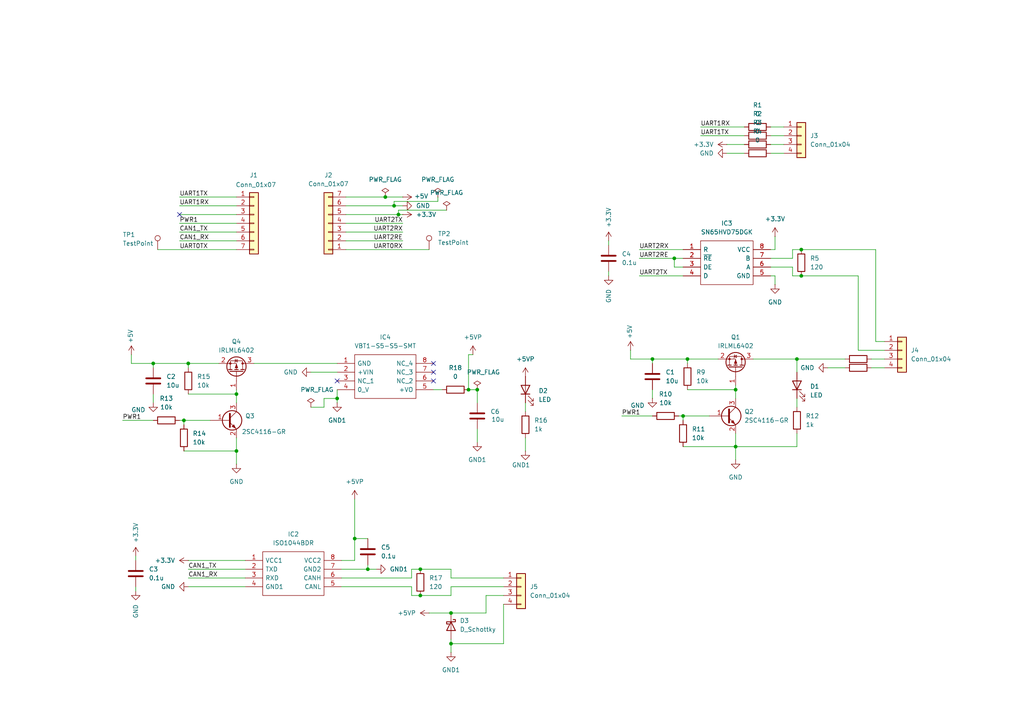
<source format=kicad_sch>
(kicad_sch (version 20231120) (generator "eeschema") (generator_version "8.0")
  (paper "A4")
  (lib_symbols
    (symbol "Connector:TestPoint" (pin_numbers hide) (pin_names (offset 0.762) hide)
      (property "Reference" "TP" (at 0 6.858 0))
      (property "Value" "TestPoint" (at 0 5.08 0))
      (symbol "TestPoint_0_1"
        (circle (center 0 3.302) (radius 0.762))
      )
      (symbol "TestPoint_1_1"
        (pin passive line (at 0 0 90) (length 2.54) (name "1") (number "1"))
      )
    )
    (symbol "Connector_Generic:Conn_01x04" (pin_names (offset 1.016) hide)
      (property "Reference" "J" (at 0 5.08 0))
      (property "Value" "Conn_01x04" (at 0 -7.62 0))
      (symbol "Conn_01x04_1_1"
        (rectangle (start -1.27 -4.953) (end 0 -5.207) (stroke (width 0.1524)))
        (rectangle (start -1.27 -2.413) (end 0 -2.667) (stroke (width 0.1524)))
        (rectangle (start -1.27 0.127) (end 0 -0.127) (stroke (width 0.1524)))
        (rectangle (start -1.27 2.667) (end 0 2.413) (stroke (width 0.1524)))
        (rectangle (start -1.27 3.81) (end 1.27 -6.35) (stroke (width 0.254)) (fill (type background)))
        (pin passive line (at -5.08 2.54 0) (length 3.81) (name "Pin_1") (number "1"))
        (pin passive line (at -5.08 0 0) (length 3.81) (name "Pin_2") (number "2"))
        (pin passive line (at -5.08 -2.54 0) (length 3.81) (name "Pin_3") (number "3"))
        (pin passive line (at -5.08 -5.08 0) (length 3.81) (name "Pin_4") (number "4"))
      )
    )
    (symbol "Connector_Generic:Conn_01x07" (pin_names (offset 1.016) hide)
      (property "Reference" "J" (at 0 10.16 0))
      (property "Value" "Conn_01x07" (at 0 -10.16 0))
      (symbol "Conn_01x07_1_1"
        (rectangle (start -1.27 -7.493) (end 0 -7.747) (stroke (width 0.1524)))
        (rectangle (start -1.27 -4.953) (end 0 -5.207) (stroke (width 0.1524)))
        (rectangle (start -1.27 -2.413) (end 0 -2.667) (stroke (width 0.1524)))
        (rectangle (start -1.27 0.127) (end 0 -0.127) (stroke (width 0.1524)))
        (rectangle (start -1.27 2.667) (end 0 2.413) (stroke (width 0.1524)))
        (rectangle (start -1.27 5.207) (end 0 4.953) (stroke (width 0.1524)))
        (rectangle (start -1.27 7.747) (end 0 7.493) (stroke (width 0.1524)))
        (rectangle (start -1.27 8.89) (end 1.27 -8.89) (stroke (width 0.254)) (fill (type background)))
        (pin passive line (at -5.08 7.62 0) (length 3.81) (name "Pin_1") (number "1"))
        (pin passive line (at -5.08 5.08 0) (length 3.81) (name "Pin_2") (number "2"))
        (pin passive line (at -5.08 2.54 0) (length 3.81) (name "Pin_3") (number "3"))
        (pin passive line (at -5.08 0 0) (length 3.81) (name "Pin_4") (number "4"))
        (pin passive line (at -5.08 -2.54 0) (length 3.81) (name "Pin_5") (number "5"))
        (pin passive line (at -5.08 -5.08 0) (length 3.81) (name "Pin_6") (number "6"))
        (pin passive line (at -5.08 -7.62 0) (length 3.81) (name "Pin_7") (number "7"))
      )
    )
    (symbol "Device:C" (pin_numbers hide) (pin_names (offset 0.254))
      (property "Reference" "C" (at 0.635 2.54 0))
      (property "Value" "C" (at 0.635 -2.54 0))
      (symbol "C_0_1"
        (polyline (pts (xy -2.032 -0.762) (xy 2.032 -0.762)) (stroke (width 0.508)))
        (polyline (pts (xy -2.032 0.762) (xy 2.032 0.762)) (stroke (width 0.508)))
      )
      (symbol "C_1_1"
        (pin passive line (at 0 3.81 270) (length 2.794) (name "~") (number "1"))
        (pin passive line (at 0 -3.81 90) (length 2.794) (name "~") (number "2"))
      )
    )
    (symbol "Device:D_Schottky" (pin_numbers hide) (pin_names (offset 1.016) hide)
      (property "Reference" "D" (at 0 2.54 0))
      (property "Value" "D_Schottky" (at 0 -2.54 0))
      (symbol "D_Schottky_0_1"
        (polyline (pts (xy 1.27 0) (xy -1.27 0)))
        (polyline (pts (xy 1.27 1.27) (xy 1.27 -1.27) (xy -1.27 0) (xy 1.27 1.27)) (stroke (width 0.254)))
        (polyline (pts (xy -1.905 0.635) (xy -1.905 1.27) (xy -1.27 1.27) (xy -1.27 -1.27) (xy -0.635 -1.27) (xy -0.635 -0.635)) (stroke (width 0.254)))
      )
      (symbol "D_Schottky_1_1"
        (pin passive line (at -3.81 0 0) (length 2.54) (name "K") (number "1"))
        (pin passive line (at 3.81 0 180) (length 2.54) (name "A") (number "2"))
      )
    )
    (symbol "Device:LED" (pin_numbers hide) (pin_names (offset 1.016) hide)
      (property "Reference" "D" (at 0 2.54 0))
      (property "Value" "LED" (at 0 -2.54 0))
      (symbol "LED_0_1"
        (polyline (pts (xy -1.27 -1.27) (xy -1.27 1.27)) (stroke (width 0.254)))
        (polyline (pts (xy -1.27 0) (xy 1.27 0)))
        (polyline (pts (xy 1.27 -1.27) (xy 1.27 1.27) (xy -1.27 0) (xy 1.27 -1.27)) (stroke (width 0.254)))
        (polyline (pts (xy -3.048 -0.762) (xy -4.572 -2.286) (xy -3.81 -2.286) (xy -4.572 -2.286) (xy -4.572 -1.524)))
        (polyline (pts (xy -1.778 -0.762) (xy -3.302 -2.286) (xy -2.54 -2.286) (xy -3.302 -2.286) (xy -3.302 -1.524)))
      )
      (symbol "LED_1_1"
        (pin passive line (at -3.81 0 0) (length 2.54) (name "K") (number "1"))
        (pin passive line (at 3.81 0 180) (length 2.54) (name "A") (number "2"))
      )
    )
    (symbol "Device:Q_NPN_BEC" (pin_names (offset 0) hide)
      (property "Reference" "Q" (at 5.08 1.27 0))
      (property "Value" "Q_NPN_BEC" (at 5.08 -1.27 0))
      (symbol "Q_NPN_BEC_0_1"
        (polyline (pts (xy 0.635 0.635) (xy 2.54 2.54)))
        (polyline (pts (xy 0.635 -0.635) (xy 2.54 -2.54) (xy 2.54 -2.54)))
        (polyline (pts (xy 0.635 1.905) (xy 0.635 -1.905) (xy 0.635 -1.905)) (stroke (width 0.508)))
        (polyline (pts (xy 1.27 -1.778) (xy 1.778 -1.27) (xy 2.286 -2.286) (xy 1.27 -1.778) (xy 1.27 -1.778)) (fill (type outline)))
        (circle (center 1.27 0) (radius 2.8194) (stroke (width 0.254)))
      )
      (symbol "Q_NPN_BEC_1_1"
        (pin input line (at -5.08 0 0) (length 5.715) (name "B") (number "1"))
        (pin passive line (at 2.54 -5.08 90) (length 2.54) (name "E") (number "2"))
        (pin passive line (at 2.54 5.08 270) (length 2.54) (name "C") (number "3"))
      )
    )
    (symbol "Device:Q_PMOS_GSD" (pin_names (offset 0) hide)
      (property "Reference" "Q" (at 5.08 1.27 0))
      (property "Value" "Q_PMOS_GSD" (at 5.08 -1.27 0))
      (symbol "Q_PMOS_GSD_0_1"
        (polyline (pts (xy 0.254 0) (xy -2.54 0)))
        (polyline (pts (xy 0.254 1.905) (xy 0.254 -1.905)) (stroke (width 0.254)))
        (polyline (pts (xy 0.762 -1.27) (xy 0.762 -2.286)) (stroke (width 0.254)))
        (polyline (pts (xy 0.762 0.508) (xy 0.762 -0.508)) (stroke (width 0.254)))
        (polyline (pts (xy 0.762 2.286) (xy 0.762 1.27)) (stroke (width 0.254)))
        (polyline (pts (xy 2.54 2.54) (xy 2.54 1.778)))
        (polyline (pts (xy 2.54 -2.54) (xy 2.54 0) (xy 0.762 0)))
        (polyline (pts (xy 0.762 1.778) (xy 3.302 1.778) (xy 3.302 -1.778) (xy 0.762 -1.778)))
        (polyline (pts (xy 2.286 0) (xy 1.27 0.381) (xy 1.27 -0.381) (xy 2.286 0)) (fill (type outline)))
        (polyline (pts (xy 2.794 -0.508) (xy 2.921 -0.381) (xy 3.683 -0.381) (xy 3.81 -0.254)))
        (polyline (pts (xy 3.302 -0.381) (xy 2.921 0.254) (xy 3.683 0.254) (xy 3.302 -0.381)))
        (circle (center 1.651 0) (radius 2.794) (stroke (width 0.254)))
        (circle (center 2.54 -1.778) (radius 0.254) (fill (type outline)))
        (circle (center 2.54 1.778) (radius 0.254) (fill (type outline)))
      )
      (symbol "Q_PMOS_GSD_1_1"
        (pin input line (at -5.08 0 0) (length 2.54) (name "G") (number "1"))
        (pin passive line (at 2.54 -5.08 90) (length 2.54) (name "S") (number "2"))
        (pin passive line (at 2.54 5.08 270) (length 2.54) (name "D") (number "3"))
      )
    )
    (symbol "Device:R" (pin_numbers hide) (pin_names (offset 0))
      (property "Reference" "R" (at 2.032 0 90))
      (property "Value" "R" (at 0 0 90))
      (symbol "R_0_1"
        (rectangle (start -1.016 -2.54) (end 1.016 2.54) (stroke (width 0.254)))
      )
      (symbol "R_1_1"
        (pin passive line (at 0 3.81 270) (length 1.27) (name "~") (number "1"))
        (pin passive line (at 0 -3.81 90) (length 1.27) (name "~") (number "2"))
      )
    )
    (symbol "SamacSys_Parts:ISO1044BDR" (pin_names (offset 0.762))
      (property "Reference" "IC" (at 24.13 7.62 0))
      (property "Value" "ISO1044BDR" (at 24.13 5.08 0))
      (symbol "ISO1044BDR_0_0"
        (pin passive line (at 0 0 0) (length 5.08) (name "VCC1") (number "1"))
        (pin passive line (at 0 -2.54 0) (length 5.08) (name "TXD") (number "2"))
        (pin passive line (at 0 -5.08 0) (length 5.08) (name "RXD") (number "3"))
        (pin passive line (at 0 -7.62 0) (length 5.08) (name "GND1") (number "4"))
        (pin passive line (at 27.94 -7.62 180) (length 5.08) (name "CANL") (number "5"))
        (pin passive line (at 27.94 -5.08 180) (length 5.08) (name "CANH") (number "6"))
        (pin passive line (at 27.94 -2.54 180) (length 5.08) (name "GND2") (number "7"))
        (pin passive line (at 27.94 0 180) (length 5.08) (name "VCC2") (number "8"))
      )
      (symbol "ISO1044BDR_0_1"
        (polyline (pts (xy 5.08 2.54) (xy 22.86 2.54) (xy 22.86 -10.16) (xy 5.08 -10.16) (xy 5.08 2.54)) (stroke (width 0.1524)))
      )
    )
    (symbol "SamacSys_Parts:SN65HVD485EDGKR" (pin_names (offset 0.762))
      (property "Reference" "IC" (at 21.59 7.62 0))
      (property "Value" "SN65HVD485EDGKR" (at 21.59 5.08 0))
      (symbol "SN65HVD485EDGKR_0_0"
        (pin passive line (at 0 0 0) (length 5.08) (name "R") (number "1"))
        (pin passive line (at 0 -2.54 0) (length 5.08) (name "~{RE}") (number "2"))
        (pin passive line (at 0 -5.08 0) (length 5.08) (name "DE") (number "3"))
        (pin passive line (at 0 -7.62 0) (length 5.08) (name "D") (number "4"))
        (pin passive line (at 25.4 -7.62 180) (length 5.08) (name "GND") (number "5"))
        (pin passive line (at 25.4 -5.08 180) (length 5.08) (name "A") (number "6"))
        (pin passive line (at 25.4 -2.54 180) (length 5.08) (name "B") (number "7"))
        (pin passive line (at 25.4 0 180) (length 5.08) (name "VCC") (number "8"))
      )
      (symbol "SN65HVD485EDGKR_0_1"
        (polyline (pts (xy 5.08 2.54) (xy 20.32 2.54) (xy 20.32 -10.16) (xy 5.08 -10.16) (xy 5.08 2.54)) (stroke (width 0.1524)))
      )
    )
    (symbol "SamacSys_Parts:VBT1-S5-S5-SMT" (pin_names (offset 0.762))
      (property "Reference" "IC" (at 24.13 7.62 0))
      (property "Value" "VBT1-S5-S5-SMT" (at 24.13 5.08 0))
      (symbol "VBT1-S5-S5-SMT_0_0"
        (pin passive line (at 0 0 0) (length 5.08) (name "GND") (number "1"))
        (pin passive line (at 0 -2.54 0) (length 5.08) (name "+VIN") (number "2"))
        (pin passive line (at 0 -5.08 0) (length 5.08) (name "NC_1") (number "3"))
        (pin passive line (at 0 -7.62 0) (length 5.08) (name "0_V") (number "4"))
        (pin passive line (at 27.94 -7.62 180) (length 5.08) (name "+VO") (number "5"))
        (pin passive line (at 27.94 -5.08 180) (length 5.08) (name "NC_2") (number "6"))
        (pin passive line (at 27.94 -2.54 180) (length 5.08) (name "NC_3") (number "7"))
        (pin passive line (at 27.94 0 180) (length 5.08) (name "NC_4") (number "8"))
      )
      (symbol "VBT1-S5-S5-SMT_0_1"
        (polyline (pts (xy 5.08 2.54) (xy 22.86 2.54) (xy 22.86 -10.16) (xy 5.08 -10.16) (xy 5.08 2.54)) (stroke (width 0.1524)))
      )
    )
    (symbol "power:+3.3V" (power) (pin_numbers hide) (pin_names (offset 0) hide)
      (property "Value" "+3.3V" (at 0 3.556 0))
      (symbol "+3.3V_0_1"
        (polyline (pts (xy -0.762 1.27) (xy 0 2.54)))
        (polyline (pts (xy 0 0) (xy 0 2.54)))
        (polyline (pts (xy 0 2.54) (xy 0.762 1.27)))
      )
      (symbol "+3.3V_1_1"
        (pin power_in line (at 0 0 90) (length 0) (name "~") (number "1"))
      )
    )
    (symbol "power:+5V" (power) (pin_numbers hide) (pin_names (offset 0) hide)
      (property "Value" "+5V" (at 0 3.556 0))
      (symbol "+5V_0_1"
        (polyline (pts (xy -0.762 1.27) (xy 0 2.54)))
        (polyline (pts (xy 0 0) (xy 0 2.54)))
        (polyline (pts (xy 0 2.54) (xy 0.762 1.27)))
      )
      (symbol "+5V_1_1"
        (pin power_in line (at 0 0 90) (length 0) (name "~") (number "1"))
      )
    )
    (symbol "power:+5VP" (power) (pin_numbers hide) (pin_names (offset 0) hide)
      (property "Value" "+5VP" (at 0 3.556 0))
      (symbol "+5VP_0_1"
        (polyline (pts (xy -0.762 1.27) (xy 0 2.54)))
        (polyline (pts (xy 0 0) (xy 0 2.54)))
        (polyline (pts (xy 0 2.54) (xy 0.762 1.27)))
      )
      (symbol "+5VP_1_1"
        (pin power_in line (at 0 0 90) (length 0) (name "~") (number "1"))
      )
    )
    (symbol "power:GND" (power) (pin_numbers hide) (pin_names (offset 0) hide)
      (property "Value" "GND" (at 0 -3.81 0))
      (symbol "GND_0_1"
        (polyline (pts (xy 0 0) (xy 0 -1.27) (xy 1.27 -1.27) (xy 0 -2.54) (xy -1.27 -1.27) (xy 0 -1.27)))
      )
      (symbol "GND_1_1"
        (pin power_in line (at 0 0 270) (length 0) (name "~") (number "1"))
      )
    )
    (symbol "power:GND1" (power) (pin_numbers hide) (pin_names (offset 0) hide)
      (property "Value" "GND1" (at 0 -3.81 0))
      (symbol "GND1_0_1"
        (polyline (pts (xy 0 0) (xy 0 -1.27) (xy 1.27 -1.27) (xy 0 -2.54) (xy -1.27 -1.27) (xy 0 -1.27)))
      )
      (symbol "GND1_1_1"
        (pin power_in line (at 0 0 270) (length 0) (name "~") (number "1"))
      )
    )
    (symbol "power:PWR_FLAG" (power) (pin_numbers hide) (pin_names (offset 0) hide)
      (property "Value" "PWR_FLAG" (at 0 3.81 0))
      (symbol "PWR_FLAG_0_0"
        (pin power_out line (at 0 0 90) (length 0) (name "~") (number "1"))
      )
      (symbol "PWR_FLAG_0_1"
        (polyline (pts (xy 0 0) (xy 0 1.27) (xy -1.016 1.905) (xy 0 2.54) (xy 1.016 1.905) (xy 0 1.27)))
      )
    )
  )
  (junction (at 68.58 130.81))
  (junction (at 213.36 129.54))
  (junction (at 231.14 104.14))
  (junction (at 44.45 105.41))
  (junction (at 106.68 165.1))
  (junction (at 54.61 105.41))
  (junction (at 130.81 177.8))
  (junction (at 130.81 186.69))
  (junction (at 102.87 156.21))
  (junction (at 121.92 165.1))
  (junction (at 111.76 57.15))
  (junction (at 198.12 120.65))
  (junction (at 135.89 113.03))
  (junction (at 189.23 104.14))
  (junction (at 232.41 72.39))
  (junction (at 115.57 62.23))
  (junction (at 114.3 59.69))
  (junction (at 195.58 74.93))
  (junction (at 232.41 80.01))
  (junction (at 121.92 172.72))
  (junction (at 199.39 104.14))
  (junction (at 97.79 115.57))
  (junction (at 53.34 121.92))
  (junction (at 213.36 113.03))
  (junction (at 68.58 114.3))
  (junction (at 138.43 113.03))
  (no_connect (at 125.73 105.41))
  (no_connect (at 125.73 110.49))
  (no_connect (at 97.79 110.49))
  (no_connect (at 52.07 62.23))
  (no_connect (at 125.73 107.95))
  (wire (pts (xy 218.44 104.14) (xy 231.14 104.14)))
  (wire (pts (xy 146.05 175.26) (xy 146.05 186.69)))
  (wire (pts (xy 102.87 156.21) (xy 106.68 156.21)))
  (wire (pts (xy 52.07 69.85) (xy 68.58 69.85)))
  (wire (pts (xy 127 57.15) (xy 127 58.42)))
  (wire (pts (xy 39.37 170.18) (xy 39.37 171.45)))
  (wire (pts (xy 196.85 120.65) (xy 198.12 120.65)))
  (wire (pts (xy 106.68 163.83) (xy 106.68 165.1)))
  (wire (pts (xy 198.12 120.65) (xy 205.74 120.65)))
  (wire (pts (xy 176.53 69.85) (xy 176.53 71.12)))
  (wire (pts (xy 102.87 144.78) (xy 102.87 156.21)))
  (wire (pts (xy 135.89 113.03) (xy 135.89 102.87)))
  (wire (pts (xy 124.46 177.8) (xy 130.81 177.8)))
  (wire (pts (xy 45.72 72.39) (xy 68.58 72.39)))
  (wire (pts (xy 100.33 57.15) (xy 111.76 57.15)))
  (wire (pts (xy 210.82 41.91) (xy 215.9 41.91)))
  (wire (pts (xy 97.79 113.03) (xy 97.79 115.57)))
  (wire (pts (xy 231.14 104.14) (xy 231.14 107.95)))
  (wire (pts (xy 189.23 104.14) (xy 199.39 104.14)))
  (wire (pts (xy 54.61 114.3) (xy 68.58 114.3)))
  (wire (pts (xy 97.79 115.57) (xy 97.79 116.84)))
  (wire (pts (xy 195.58 77.47) (xy 195.58 74.93)))
  (wire (pts (xy 100.33 69.85) (xy 116.84 69.85)))
  (wire (pts (xy 176.53 78.74) (xy 176.53 80.01)))
  (wire (pts (xy 135.89 102.87) (xy 137.16 102.87)))
  (wire (pts (xy 54.61 105.41) (xy 63.5 105.41)))
  (wire (pts (xy 180.34 120.65) (xy 189.23 120.65)))
  (wire (pts (xy 39.37 161.29) (xy 39.37 162.56)))
  (wire (pts (xy 223.52 41.91) (xy 227.33 41.91)))
  (wire (pts (xy 90.17 118.11) (xy 93.98 118.11)))
  (wire (pts (xy 146.05 172.72) (xy 140.97 172.72)))
  (wire (pts (xy 119.38 172.72) (xy 121.92 172.72)))
  (wire (pts (xy 254 72.39) (xy 254 99.06)))
  (wire (pts (xy 52.07 67.31) (xy 68.58 67.31)))
  (wire (pts (xy 248.92 80.01) (xy 248.92 101.6)))
  (wire (pts (xy 223.52 36.83) (xy 227.33 36.83)))
  (wire (pts (xy 54.61 170.18) (xy 71.12 170.18)))
  (wire (pts (xy 232.41 80.01) (xy 248.92 80.01)))
  (wire (pts (xy 115.57 62.23) (xy 116.84 62.23)))
  (wire (pts (xy 130.81 172.72) (xy 130.81 170.18)))
  (wire (pts (xy 130.81 186.69) (xy 130.81 189.23)))
  (wire (pts (xy 119.38 170.18) (xy 119.38 172.72)))
  (wire (pts (xy 152.4 116.84) (xy 152.4 119.38)))
  (wire (pts (xy 35.56 121.92) (xy 44.45 121.92)))
  (wire (pts (xy 115.57 62.23) (xy 115.57 60.96)))
  (wire (pts (xy 99.06 165.1) (xy 106.68 165.1)))
  (wire (pts (xy 130.81 177.8) (xy 140.97 177.8)))
  (wire (pts (xy 231.14 115.57) (xy 231.14 118.11)))
  (wire (pts (xy 213.36 113.03) (xy 213.36 115.57)))
  (wire (pts (xy 54.61 167.64) (xy 71.12 167.64)))
  (wire (pts (xy 213.36 111.76) (xy 213.36 113.03)))
  (wire (pts (xy 130.81 167.64) (xy 146.05 167.64)))
  (wire (pts (xy 198.12 129.54) (xy 213.36 129.54)))
  (wire (pts (xy 229.87 77.47) (xy 229.87 80.01)))
  (wire (pts (xy 229.87 80.01) (xy 232.41 80.01)))
  (wire (pts (xy 229.87 74.93) (xy 229.87 72.39)))
  (wire (pts (xy 38.1 105.41) (xy 44.45 105.41)))
  (wire (pts (xy 53.34 121.92) (xy 53.34 123.19)))
  (wire (pts (xy 203.2 39.37) (xy 215.9 39.37)))
  (wire (pts (xy 210.82 44.45) (xy 215.9 44.45)))
  (wire (pts (xy 73.66 105.41) (xy 97.79 105.41)))
  (wire (pts (xy 199.39 104.14) (xy 199.39 105.41)))
  (wire (pts (xy 223.52 39.37) (xy 227.33 39.37)))
  (wire (pts (xy 252.73 106.68) (xy 256.54 106.68)))
  (wire (pts (xy 254 99.06) (xy 256.54 99.06)))
  (wire (pts (xy 99.06 162.56) (xy 102.87 162.56)))
  (wire (pts (xy 252.73 104.14) (xy 256.54 104.14)))
  (wire (pts (xy 198.12 120.65) (xy 198.12 121.92)))
  (wire (pts (xy 223.52 44.45) (xy 227.33 44.45)))
  (wire (pts (xy 119.38 167.64) (xy 119.38 165.1)))
  (wire (pts (xy 189.23 104.14) (xy 189.23 105.41)))
  (wire (pts (xy 130.81 165.1) (xy 130.81 167.64)))
  (wire (pts (xy 130.81 170.18) (xy 146.05 170.18)))
  (wire (pts (xy 54.61 105.41) (xy 54.61 106.68)))
  (wire (pts (xy 114.3 58.42) (xy 114.3 59.69)))
  (wire (pts (xy 130.81 186.69) (xy 130.81 185.42)))
  (wire (pts (xy 199.39 104.14) (xy 208.28 104.14)))
  (wire (pts (xy 152.4 127) (xy 152.4 130.81)))
  (wire (pts (xy 182.88 104.14) (xy 182.88 101.6)))
  (wire (pts (xy 223.52 80.01) (xy 224.79 80.01)))
  (wire (pts (xy 44.45 105.41) (xy 54.61 105.41)))
  (wire (pts (xy 100.33 59.69) (xy 114.3 59.69)))
  (wire (pts (xy 223.52 72.39) (xy 224.79 72.39)))
  (wire (pts (xy 99.06 167.64) (xy 119.38 167.64)))
  (wire (pts (xy 224.79 80.01) (xy 224.79 82.55)))
  (wire (pts (xy 53.34 130.81) (xy 68.58 130.81)))
  (wire (pts (xy 100.33 67.31) (xy 116.84 67.31)))
  (wire (pts (xy 90.17 107.95) (xy 97.79 107.95)))
  (wire (pts (xy 189.23 113.03) (xy 189.23 115.57)))
  (wire (pts (xy 195.58 74.93) (xy 198.12 74.93)))
  (wire (pts (xy 44.45 105.41) (xy 44.45 106.68)))
  (wire (pts (xy 232.41 72.39) (xy 254 72.39)))
  (wire (pts (xy 52.07 64.77) (xy 68.58 64.77)))
  (wire (pts (xy 100.33 62.23) (xy 115.57 62.23)))
  (wire (pts (xy 127 58.42) (xy 114.3 58.42)))
  (wire (pts (xy 140.97 172.72) (xy 140.97 177.8)))
  (wire (pts (xy 185.42 74.93) (xy 195.58 74.93)))
  (wire (pts (xy 240.03 106.68) (xy 245.11 106.68)))
  (wire (pts (xy 100.33 72.39) (xy 124.46 72.39)))
  (wire (pts (xy 229.87 72.39) (xy 232.41 72.39)))
  (wire (pts (xy 100.33 64.77) (xy 116.84 64.77)))
  (wire (pts (xy 102.87 162.56) (xy 102.87 156.21)))
  (wire (pts (xy 223.52 77.47) (xy 229.87 77.47)))
  (wire (pts (xy 68.58 127) (xy 68.58 130.81)))
  (wire (pts (xy 99.06 170.18) (xy 119.38 170.18)))
  (wire (pts (xy 135.89 113.03) (xy 138.43 113.03)))
  (wire (pts (xy 52.07 62.23) (xy 68.58 62.23)))
  (wire (pts (xy 52.07 121.92) (xy 53.34 121.92)))
  (wire (pts (xy 224.79 72.39) (xy 224.79 68.58)))
  (wire (pts (xy 115.57 60.96) (xy 129.54 60.96)))
  (wire (pts (xy 52.07 59.69) (xy 68.58 59.69)))
  (wire (pts (xy 213.36 129.54) (xy 213.36 133.35)))
  (wire (pts (xy 146.05 186.69) (xy 130.81 186.69)))
  (wire (pts (xy 213.36 125.73) (xy 213.36 129.54)))
  (wire (pts (xy 68.58 114.3) (xy 68.58 116.84)))
  (wire (pts (xy 111.76 57.15) (xy 116.84 57.15)))
  (wire (pts (xy 106.68 165.1) (xy 109.22 165.1)))
  (wire (pts (xy 185.42 80.01) (xy 198.12 80.01)))
  (wire (pts (xy 199.39 113.03) (xy 213.36 113.03)))
  (wire (pts (xy 38.1 102.87) (xy 38.1 105.41)))
  (wire (pts (xy 125.73 113.03) (xy 128.27 113.03)))
  (wire (pts (xy 248.92 101.6) (xy 256.54 101.6)))
  (wire (pts (xy 71.12 162.56) (xy 54.61 162.56)))
  (wire (pts (xy 68.58 113.03) (xy 68.58 114.3)))
  (wire (pts (xy 198.12 77.47) (xy 195.58 77.47)))
  (wire (pts (xy 138.43 113.03) (xy 138.43 116.84)))
  (wire (pts (xy 53.34 121.92) (xy 60.96 121.92)))
  (wire (pts (xy 203.2 36.83) (xy 215.9 36.83)))
  (wire (pts (xy 119.38 165.1) (xy 121.92 165.1)))
  (wire (pts (xy 121.92 172.72) (xy 130.81 172.72)))
  (wire (pts (xy 52.07 57.15) (xy 68.58 57.15)))
  (wire (pts (xy 189.23 104.14) (xy 182.88 104.14)))
  (wire (pts (xy 44.45 114.3) (xy 44.45 116.84)))
  (wire (pts (xy 114.3 59.69) (xy 116.84 59.69)))
  (wire (pts (xy 68.58 130.81) (xy 68.58 134.62)))
  (wire (pts (xy 121.92 165.1) (xy 130.81 165.1)))
  (wire (pts (xy 185.42 72.39) (xy 198.12 72.39)))
  (wire (pts (xy 231.14 129.54) (xy 213.36 129.54)))
  (wire (pts (xy 231.14 125.73) (xy 231.14 129.54)))
  (wire (pts (xy 93.98 118.11) (xy 93.98 115.57)))
  (wire (pts (xy 223.52 74.93) (xy 229.87 74.93)))
  (wire (pts (xy 231.14 104.14) (xy 245.11 104.14)))
  (wire (pts (xy 54.61 165.1) (xy 71.12 165.1)))
  (wire (pts (xy 138.43 124.46) (xy 138.43 128.27)))
  (wire (pts (xy 93.98 115.57) (xy 97.79 115.57)))
  (label "PWR1" (at 52.07 64.77 0))
  (label "UART0TX" (at 52.07 72.39 0))
  (label "UART1RX" (at 203.2 36.83 0))
  (label "UART1TX" (at 203.2 39.37 0))
  (label "UART1TX" (at 52.07 57.15 0))
  (label "PWR1" (at 180.34 120.65 0))
  (label "UART2TX" (at 116.84 64.77 180))
  (label "CAN1_RX" (at 52.07 69.85 0))
  (label "UART2RX" (at 185.42 72.39 0))
  (label "UART1RX" (at 52.07 59.69 0))
  (label "UART2TX" (at 185.42 80.01 0))
  (label "UART2RX" (at 116.84 67.31 180))
  (label "PWR1" (at 35.56 121.92 0))
  (label "CAN1_TX" (at 52.07 67.31 0))
  (label "CAN1_RX" (at 54.61 167.64 0))
  (label "UART0RX" (at 116.84 72.39 180))
  (label "UART2RE" (at 116.84 69.85 180))
  (label "CAN1_TX" (at 54.61 165.1 0))
  (label "UART2RE" (at 185.42 74.93 0))
  (symbol (lib_id "Device:R") (at 248.92 106.68 90) (unit 1)
    (property "Reference" "R8" (effects (hide yes)))
    (property "Value" "0" (effects (hide yes)))
    (property "Footprint" "Resistor_SMD:R_0402_1005Metric" (effects (hide yes)))
    (property "Description" "Resistor" (effects (hide yes)))
  )
  (symbol (lib_id "power:+5VP") (at 152.4 109.22 0) (unit 1)
    (property "Reference" "#PWR024" (effects (hide yes)))
    (property "Value" "+5VP" (at 152.4 104.14 0))
    (property "Description" "Power symbol creates a global label with name \"+5VP\"" (effects (hide yes)))
  )
  (symbol (lib_id "Connector_Generic:Conn_01x07") (at 73.66 64.77 0) (unit 1)
    (property "Reference" "J1" (at 72.39 50.8 0) (effects (justify left)))
    (property "Value" "Conn_01x07" (at 68.326 53.594 0) (effects (justify left)))
    (property "Footprint" "Connector_PinHeader_2.54mm:PinHeader_1x07_P2.54mm_Vertical" (effects (hide yes)))
    (property "Description" "Generic connector, single row, 01x07, script generated (kicad-library-utils/schlib/autogen/connector/)" (effects (hide yes)))
  )
  (symbol (lib_id "power:GND") (at 240.03 106.68 270) (unit 1)
    (property "Reference" "#PWR07" (effects (hide yes)))
    (property "Value" "GND" (at 236.22 106.6801 90) (effects (justify right)))
    (property "Description" "Power symbol creates a global label with name \"GND\" , ground" (effects (hide yes)))
  )
  (symbol (lib_id "Device:LED") (at 231.14 111.76 90) (unit 1)
    (property "Reference" "D1" (at 234.95 112.0774 90) (effects (justify right)))
    (property "Value" "LED" (at 234.95 114.6174 90) (effects (justify right)))
    (property "Footprint" "LED_SMD:LED_0603_1608Metric" (effects (hide yes)))
    (property "Description" "Light emitting diode" (effects (hide yes)))
  )
  (symbol (lib_id "Connector_Generic:Conn_01x07") (at 95.25 64.77 180) (unit 1)
    (property "Reference" "J2" (at 95.25 50.8 0))
    (property "Value" "Conn_01x07" (at 95.25 53.34 0))
    (property "Footprint" "Connector_PinHeader_2.54mm:PinHeader_1x07_P2.54mm_Vertical" (effects (hide yes)))
    (property "Description" "Generic connector, single row, 01x07, script generated (kicad-library-utils/schlib/autogen/connector/)" (effects (hide yes)))
  )
  (symbol (lib_id "power:+5V") (at 116.84 57.15 270) (unit 1)
    (property "Reference" "#PWR02" (effects (hide yes)))
    (property "Value" "+5V" (at 120.142 56.896 90) (effects (justify left)))
    (property "Description" "Power symbol creates a global label with name \"+5V\"" (effects (hide yes)))
  )
  (symbol (lib_id "power:+5V") (at 38.1 102.87 0) (unit 1)
    (property "Reference" "#PWR06" (effects (hide yes)))
    (property "Value" "+5V" (at 37.846 99.568 90) (effects (justify left)))
    (property "Description" "Power symbol creates a global label with name \"+5V\"" (effects (hide yes)))
  )
  (symbol (lib_id "Device:R") (at 53.34 127 180) (unit 1)
    (property "Reference" "R14" (at 55.88 125.7299 0) (effects (justify right)))
    (property "Value" "10k" (at 55.88 128.2699 0) (effects (justify right)))
    (property "Footprint" "Resistor_SMD:R_0402_1005Metric" (effects (hide yes)))
    (property "Description" "Resistor" (effects (hide yes)))
  )
  (symbol (lib_id "Device:R") (at 199.39 109.22 180) (unit 1)
    (property "Reference" "R9" (at 201.93 107.9499 0) (effects (justify right)))
    (property "Value" "10k" (at 201.93 110.4899 0) (effects (justify right)))
    (property "Footprint" "Resistor_SMD:R_0402_1005Metric" (effects (hide yes)))
    (property "Description" "Resistor" (effects (hide yes)))
  )
  (symbol (lib_id "Device:R") (at 231.14 121.92 180) (unit 1)
    (property "Reference" "R12" (at 233.68 120.6499 0) (effects (justify right)))
    (property "Value" "1k" (at 233.68 123.1899 0) (effects (justify right)))
    (property "Footprint" "Resistor_SMD:R_0402_1005Metric" (effects (hide yes)))
    (property "Description" "Resistor" (effects (hide yes)))
  )
  (symbol (lib_id "power:+5VP") (at 102.87 144.78 0) (unit 1)
    (property "Reference" "#PWR014" (effects (hide yes)))
    (property "Value" "+5VP" (at 102.87 139.7 0))
    (property "Description" "Power symbol creates a global label with name \"+5VP\"" (effects (hide yes)))
  )
  (symbol (lib_id "power:GND") (at 54.61 170.18 270) (unit 1)
    (property "Reference" "#PWR013" (effects (hide yes)))
    (property "Value" "GND" (at 50.8 170.1799 90) (effects (justify right)))
    (property "Description" "Power symbol creates a global label with name \"GND\" , ground" (effects (hide yes)))
  )
  (symbol (lib_id "power:+3.3V") (at 116.84 62.23 270) (unit 1)
    (property "Reference" "#PWR01" (effects (hide yes)))
    (property "Value" "+3.3V" (at 120.65 62.2299 90) (effects (justify left)))
    (property "Description" "Power symbol creates a global label with name \"+3.3V\"" (effects (hide yes)))
  )
  (symbol (lib_id "SamacSys_Parts:SN65HVD485EDGKR") (at 198.12 72.39 0) (unit 1)
    (property "Reference" "IC3" (at 210.82 64.77 0))
    (property "Value" "SN65HVD75DGK" (at 210.82 67.31 0))
    (property "Footprint" "Package_SO:VSSOP-8_3x3mm_P0.65mm" (effects (hide yes)))
    (property "Datasheet" "http://www.ti.com/lit/gpn/sn65hvd485e" (effects (hide yes)))
    (property "Description" "Half-Duplex RS-485 Transceiver" (effects (hide yes)))
    (property "Description_1" "Half-Duplex RS-485 Transceiver" (effects (hide yes)))
    (property "Height" "1.1" (effects (hide yes)))
    (property "Mouser Part Number" "595-SN65HVD485EDGKR" (effects (hide yes)))
    (property "Mouser Price/Stock" "https://www.mouser.co.uk/ProductDetail/Texas-Instruments/SN65HVD485EDGKR?qs=QViXGNcIEAtal8DEB0lJqA%3D%3D" (effects (hide yes)))
    (property "Manufacturer_Name" "Texas Instruments" (effects (hide yes)))
    (property "Manufacturer_Part_Number" "SN65HVD485EDGKR" (effects (hide yes)))
  )
  (symbol (lib_id "Device:C") (at 39.37 166.37 0) (unit 1)
    (property "Reference" "C3" (at 43.18 165.0999 0) (effects (justify left)))
    (property "Value" "0.1u" (at 43.18 167.6399 0) (effects (justify left)))
    (property "Footprint" "Capacitor_SMD:C_0402_1005Metric" (effects (hide yes)))
    (property "Description" "Unpolarized capacitor" (effects (hide yes)))
  )
  (symbol (lib_id "power:GND") (at 210.82 44.45 270) (unit 1)
    (property "Reference" "#PWR04" (effects (hide yes)))
    (property "Value" "GND" (at 207.01 44.4501 90) (effects (justify right)))
    (property "Description" "Power symbol creates a global label with name \"GND\" , ground" (effects (hide yes)))
  )
  (symbol (lib_id "Connector_Generic:Conn_01x04") (at 261.62 101.6 0) (unit 1)
    (property "Reference" "J4" (at 264.16 101.5999 0) (effects (justify left)))
    (property "Value" "Conn_01x04" (at 264.16 104.1399 0) (effects (justify left)))
    (property "Footprint" "Connector_JST:JST_ZH_B4B-ZR_1x04_P1.50mm_Vertical" (effects (hide yes)))
    (property "Description" "Generic connector, single row, 01x04, script generated (kicad-library-utils/schlib/autogen/connector/)" (effects (hide yes)))
  )
  (symbol (lib_id "power:+5V") (at 182.88 101.6 0) (unit 1)
    (property "Reference" "#PWR09" (effects (hide yes)))
    (property "Value" "+5V" (at 182.626 98.298 90) (effects (justify left)))
    (property "Description" "Power symbol creates a global label with name \"+5V\"" (effects (hide yes)))
  )
  (symbol (lib_id "Device:R") (at 219.71 39.37 90) (unit 1)
    (property "Reference" "R2" (at 219.71 33.02 90))
    (property "Value" "0" (at 219.71 35.56 90))
    (property "Footprint" "Resistor_SMD:R_0402_1005Metric" (effects (hide yes)))
    (property "Description" "Resistor" (effects (hide yes)))
  )
  (symbol (lib_id "power:GND") (at 189.23 115.57 0) (unit 1)
    (property "Reference" "#PWR010" (effects (hide yes)))
    (property "Value" "GND" (at 184.912 117.602 0))
    (property "Description" "Power symbol creates a global label with name \"GND\" , ground" (effects (hide yes)))
  )
  (symbol (lib_id "power:PWR_FLAG") (at 90.17 118.11 0) (unit 1)
    (property "Reference" "#FLG05" (effects (hide yes)))
    (property "Value" "PWR_FLAG" (at 91.948 113.03 0))
    (property "Description" "Special symbol for telling ERC where power comes from" (effects (hide yes)))
  )
  (symbol (lib_id "power:PWR_FLAG") (at 138.43 113.03 0) (unit 1)
    (property "Reference" "#FLG04" (effects (hide yes)))
    (property "Value" "PWR_FLAG" (at 140.208 107.95 0))
    (property "Description" "Special symbol for telling ERC where power comes from" (effects (hide yes)))
  )
  (symbol (lib_id "power:+3.3V") (at 54.61 162.56 90) (unit 1)
    (property "Reference" "#PWR05" (effects (hide yes)))
    (property "Value" "+3.3V" (at 50.8 162.5601 90) (effects (justify left)))
    (property "Description" "Power symbol creates a global label with name \"+3.3V\"" (effects (hide yes)))
  )
  (symbol (lib_id "Device:R") (at 132.08 113.03 270) (unit 1)
    (property "Reference" "R18" (at 132.08 106.68 90))
    (property "Value" "0" (at 132.08 109.22 90))
    (property "Footprint" "Resistor_SMD:R_0402_1005Metric" (effects (hide yes)))
    (property "Description" "Resistor" (effects (hide yes)))
  )
  (symbol (lib_id "power:PWR_FLAG") (at 129.54 60.96 0) (unit 1)
    (property "Reference" "#FLG03" (effects (hide yes)))
    (property "Value" "PWR_FLAG" (at 129.54 55.88 0))
    (property "Description" "Special symbol for telling ERC where power comes from" (effects (hide yes)))
  )
  (symbol (lib_id "power:+5VP") (at 124.46 177.8 90) (unit 1)
    (property "Reference" "#PWR031" (effects (hide yes)))
    (property "Value" "+5VP" (at 120.65 177.7999 90) (effects (justify left)))
    (property "Description" "Power symbol creates a global label with name \"+5VP\"" (effects (hide yes)))
  )
  (symbol (lib_id "power:GND1") (at 130.81 189.23 0) (unit 1)
    (property "Reference" "#PWR017" (effects (hide yes)))
    (property "Value" "GND1" (at 130.81 194.31 0))
    (property "Description" "Power symbol creates a global label with name \"GND1\" , ground" (effects (hide yes)))
  )
  (symbol (lib_id "Device:R") (at 219.71 36.83 90) (unit 1)
    (property "Reference" "R1" (at 219.71 30.48 90))
    (property "Value" "0" (at 219.71 33.02 90))
    (property "Footprint" "Resistor_SMD:R_0402_1005Metric" (effects (hide yes)))
    (property "Description" "Resistor" (effects (hide yes)))
  )
  (symbol (lib_id "Device:R") (at 54.61 110.49 180) (unit 1)
    (property "Reference" "R15" (at 57.15 109.2199 0) (effects (justify right)))
    (property "Value" "10k" (at 57.15 111.7599 0) (effects (justify right)))
    (property "Footprint" "Resistor_SMD:R_0402_1005Metric" (effects (hide yes)))
    (property "Description" "Resistor" (effects (hide yes)))
  )
  (symbol (lib_id "Device:C") (at 189.23 109.22 0) (unit 1)
    (property "Reference" "C1" (at 193.04 107.9499 0) (effects (justify left)))
    (property "Value" "10u" (at 193.04 110.4899 0) (effects (justify left)))
    (property "Footprint" "Capacitor_SMD:C_0603_1608Metric" (effects (hide yes)))
    (property "Description" "Unpolarized capacitor" (effects (hide yes)))
  )
  (symbol (lib_id "power:+3.3V") (at 176.53 69.85 0) (unit 1)
    (property "Reference" "#PWR026" (effects (hide yes)))
    (property "Value" "+3.3V" (at 176.5299 66.04 90) (effects (justify left)))
    (property "Description" "Power symbol creates a global label with name \"+3.3V\"" (effects (hide yes)))
  )
  (symbol (lib_id "power:GND") (at 39.37 171.45 0) (unit 1)
    (property "Reference" "#PWR022" (effects (hide yes)))
    (property "Value" "GND" (at 39.3699 175.26 90) (effects (justify right)))
    (property "Description" "Power symbol creates a global label with name \"GND\" , ground" (effects (hide yes)))
  )
  (symbol (lib_id "Device:Q_PMOS_GSD") (at 213.36 106.68 270) (mirror x) (unit 1)
    (property "Reference" "Q1" (at 213.36 97.79 90))
    (property "Value" "IRLML6402" (at 213.36 100.33 90))
    (property "Footprint" "Package_TO_SOT_SMD:SOT-23" (effects (hide yes)))
    (property "Description" "P-MOSFET transistor, gate/source/drain" (effects (hide yes)))
  )
  (symbol (lib_id "SamacSys_Parts:VBT1-S5-S5-SMT") (at 97.79 105.41 0) (unit 1)
    (property "Reference" "IC4" (at 111.76 97.79 0))
    (property "Value" "VBT1-S5-S5-SMT" (at 111.76 100.33 0))
    (property "Footprint" "SamacSys_Parts:SOP254P1120X625-8N" (effects (hide yes)))
    (property "Datasheet" "http://www.cui.com/product/discontinued/vbt1-smt.pdf" (effects (hide yes)))
    (property "Description" "Isolated DC/DC Converters dc-dc isolated, 1 W, 4.5~5.5 Vdc input, 5 Vdc, 200 mA, single output, SMT, tube package" (effects (hide yes)))
    (property "Description_1" "Isolated DC/DC Converters dc-dc isolated, 1 W, 4.5~{5.5} Vdc input, 5 Vdc, 200 mA, single output, SMT, tube package" (effects (hide yes)))
    (property "Height" "6.25" (effects (hide yes)))
    (property "Mouser Part Number" "490-VBT1-S5-S5-SMT" (effects (hide yes)))
    (property "Mouser Price/Stock" "https://www.mouser.co.uk/ProductDetail/CUI-Inc/VBT1-S5-S5-SMT?qs=WyjlAZoYn50j2ILckPoU5g%3D%3D" (effects (hide yes)))
    (property "Manufacturer_Name" "CUI Inc." (effects (hide yes)))
    (property "Manufacturer_Part_Number" "VBT1-S5-S5-SMT" (effects (hide yes)))
  )
  (symbol (lib_id "Device:LED") (at 152.4 113.03 90) (unit 1)
    (property "Reference" "D2" (at 156.21 113.3474 90) (effects (justify right)))
    (property "Value" "LED" (at 156.21 115.8874 90) (effects (justify right)))
    (property "Footprint" "LED_SMD:LED_0603_1608Metric" (effects (hide yes)))
    (property "Description" "Light emitting diode" (effects (hide yes)))
  )
  (symbol (lib_id "power:GND1") (at 152.4 130.81 0) (unit 1)
    (property "Reference" "#PWR025" (effects (hide yes)))
    (property "Value" "GND1" (at 151.13 134.874 0))
    (property "Description" "Power symbol creates a global label with name \"GND1\" , ground" (effects (hide yes)))
  )
  (symbol (lib_id "Device:R") (at 248.92 104.14 90) (unit 1)
    (property "Reference" "R7" (effects (hide yes)))
    (property "Value" "0" (effects (hide yes)))
    (property "Footprint" "Resistor_SMD:R_0402_1005Metric" (effects (hide yes)))
    (property "Description" "Resistor" (effects (hide yes)))
  )
  (symbol (lib_id "power:PWR_FLAG") (at 127 57.15 0) (unit 1)
    (property "Reference" "#FLG02" (effects (hide yes)))
    (property "Value" "PWR_FLAG" (at 127 52.07 0))
    (property "Description" "Special symbol for telling ERC where power comes from" (effects (hide yes)))
  )
  (symbol (lib_id "Device:R") (at 219.71 41.91 90) (unit 1)
    (property "Reference" "R3" (at 219.71 35.56 90))
    (property "Value" "0" (at 219.71 38.1 90))
    (property "Footprint" "Resistor_SMD:R_0402_1005Metric" (effects (hide yes)))
    (property "Description" "Resistor" (effects (hide yes)))
  )
  (symbol (lib_id "Device:R") (at 219.71 44.45 90) (unit 1)
    (property "Reference" "R4" (at 219.71 38.1 90))
    (property "Value" "0" (at 219.71 40.64 90))
    (property "Footprint" "Resistor_SMD:R_0402_1005Metric" (effects (hide yes)))
    (property "Description" "Resistor" (effects (hide yes)))
  )
  (symbol (lib_id "power:GND1") (at 97.79 116.84 0) (unit 1)
    (property "Reference" "#PWR019" (effects (hide yes)))
    (property "Value" "GND1" (at 97.79 121.92 0))
    (property "Description" "Power symbol creates a global label with name \"GND1\" , ground" (effects (hide yes)))
  )
  (symbol (lib_id "Device:R") (at 48.26 121.92 90) (unit 1)
    (property "Reference" "R13" (at 48.26 115.57 90))
    (property "Value" "10k" (at 48.26 118.11 90))
    (property "Footprint" "Resistor_SMD:R_0402_1005Metric" (effects (hide yes)))
    (property "Description" "Resistor" (effects (hide yes)))
  )
  (symbol (lib_id "Connector_Generic:Conn_01x04") (at 151.13 170.18 0) (unit 1)
    (property "Reference" "J5" (at 153.67 170.1799 0) (effects (justify left)))
    (property "Value" "Conn_01x04" (at 153.67 172.7199 0) (effects (justify left)))
    (property "Footprint" "Connector_JST:JST_PH_B4B-PH-K_1x04_P2.00mm_Vertical" (effects (hide yes)))
    (property "Description" "Generic connector, single row, 01x04, script generated (kicad-library-utils/schlib/autogen/connector/)" (effects (hide yes)))
  )
  (symbol (lib_id "Device:C") (at 106.68 160.02 0) (unit 1)
    (property "Reference" "C5" (at 110.49 158.7499 0) (effects (justify left)))
    (property "Value" "0.1u" (at 110.49 161.2899 0) (effects (justify left)))
    (property "Footprint" "Capacitor_SMD:C_0402_1005Metric" (effects (hide yes)))
    (property "Description" "Unpolarized capacitor" (effects (hide yes)))
  )
  (symbol (lib_id "power:GND") (at 90.17 107.95 270) (unit 1)
    (property "Reference" "#PWR027" (effects (hide yes)))
    (property "Value" "GND" (at 86.36 107.9499 90) (effects (justify right)))
    (property "Description" "Power symbol creates a global label with name \"GND\" , ground" (effects (hide yes)))
  )
  (symbol (lib_id "power:GND") (at 176.53 80.01 0) (unit 1)
    (property "Reference" "#PWR029" (effects (hide yes)))
    (property "Value" "GND" (at 176.5299 83.82 90) (effects (justify right)))
    (property "Description" "Power symbol creates a global label with name \"GND\" , ground" (effects (hide yes)))
  )
  (symbol (lib_id "power:+3.3V") (at 224.79 68.58 0) (unit 1)
    (property "Reference" "#PWR021" (effects (hide yes)))
    (property "Value" "+3.3V" (at 224.79 63.5 0))
    (property "Description" "Power symbol creates a global label with name \"+3.3V\"" (effects (hide yes)))
  )
  (symbol (lib_id "Connector:TestPoint") (at 45.72 72.39 0) (unit 1)
    (property "Reference" "TP1" (at 35.56 68.072 0) (effects (justify left)))
    (property "Value" "TestPoint" (at 35.56 70.612 0) (effects (justify left)))
    (property "Footprint" "TestPoint:TestPoint_Pad_D1.5mm" (effects (hide yes)))
    (property "Description" "test point" (effects (hide yes)))
  )
  (symbol (lib_id "Device:Q_PMOS_GSD") (at 68.58 107.95 270) (mirror x) (unit 1)
    (property "Reference" "Q4" (at 68.58 99.06 90))
    (property "Value" "IRLML6402" (at 68.58 101.6 90))
    (property "Footprint" "Package_TO_SOT_SMD:SOT-23" (effects (hide yes)))
    (property "Description" "P-MOSFET transistor, gate/source/drain" (effects (hide yes)))
  )
  (symbol (lib_id "Device:C") (at 44.45 110.49 0) (unit 1)
    (property "Reference" "C2" (at 48.26 109.2199 0) (effects (justify left)))
    (property "Value" "10u" (at 48.26 111.7599 0) (effects (justify left)))
    (property "Footprint" "Capacitor_SMD:C_0603_1608Metric" (effects (hide yes)))
    (property "Description" "Unpolarized capacitor" (effects (hide yes)))
  )
  (symbol (lib_id "power:GND1") (at 138.43 128.27 0) (unit 1)
    (property "Reference" "#PWR028" (effects (hide yes)))
    (property "Value" "GND1" (at 138.43 133.35 0))
    (property "Description" "Power symbol creates a global label with name \"GND1\" , ground" (effects (hide yes)))
  )
  (symbol (lib_id "power:GND") (at 116.84 59.69 90) (unit 1)
    (property "Reference" "#PWR03" (effects (hide yes)))
    (property "Value" "GND" (at 120.65 59.6899 90) (effects (justify right)))
    (property "Description" "Power symbol creates a global label with name \"GND\" , ground" (effects (hide yes)))
  )
  (symbol (lib_id "power:+5VP") (at 137.16 102.87 0) (unit 1)
    (property "Reference" "#PWR018" (effects (hide yes)))
    (property "Value" "+5VP" (at 137.16 97.79 0))
    (property "Description" "Power symbol creates a global label with name \"+5VP\"" (effects (hide yes)))
  )
  (symbol (lib_id "Device:C") (at 176.53 74.93 0) (unit 1)
    (property "Reference" "C4" (at 180.34 73.6599 0) (effects (justify left)))
    (property "Value" "0.1u" (at 180.34 76.1999 0) (effects (justify left)))
    (property "Footprint" "Capacitor_SMD:C_0402_1005Metric" (effects (hide yes)))
    (property "Description" "Unpolarized capacitor" (effects (hide yes)))
  )
  (symbol (lib_id "Connector:TestPoint") (at 124.46 72.39 0) (unit 1)
    (property "Reference" "TP2" (at 127 67.8179 0) (effects (justify left)))
    (property "Value" "TestPoint" (at 127 70.3579 0) (effects (justify left)))
    (property "Footprint" "TestPoint:TestPoint_Pad_D1.5mm" (effects (hide yes)))
    (property "Description" "test point" (effects (hide yes)))
  )
  (symbol (lib_id "Device:R") (at 193.04 120.65 90) (unit 1)
    (property "Reference" "R10" (at 193.04 114.3 90))
    (property "Value" "10k" (at 193.04 116.84 90))
    (property "Footprint" "Resistor_SMD:R_0402_1005Metric" (effects (hide yes)))
    (property "Description" "Resistor" (effects (hide yes)))
  )
  (symbol (lib_id "SamacSys_Parts:ISO1044BDR") (at 71.12 162.56 0) (unit 1)
    (property "Reference" "IC2" (at 85.09 154.94 0))
    (property "Value" "ISO1044BDR" (at 85.09 157.48 0))
    (property "Footprint" "SamacSys_Parts:SOIC127P600X175-8N" (effects (hide yes)))
    (property "Datasheet" "http://www.ti.com/lit/gpn/iso1044?HQS=ti-null-null-sf-df-pf-sep-wwe&DCM=yes" (effects (hide yes)))
    (property "Description" "ISO1044 Isolated CAN FD Transceiver" (effects (hide yes)))
    (property "Description_1" "ISO1044 Isolated CAN FD Transceiver" (effects (hide yes)))
    (property "Height" "1.75" (effects (hide yes)))
    (property "Manufacturer_Name" "Texas Instruments" (effects (hide yes)))
    (property "Manufacturer_Part_Number" "ISO1044BDR" (effects (hide yes)))
    (property "Mouser Part Number" "595-ISO1044BDR" (effects (hide yes)))
    (property "Mouser Price/Stock" "https://www.mouser.co.uk/ProductDetail/Texas-Instruments/ISO1044BDR?qs=DuoOggApuK9UGD9QQWYeTA%3D%3D" (effects (hide yes)))
    (property "Arrow Part Number" "ISO1044BDR" (effects (hide yes)))
    (property "Arrow Price/Stock" "https://www.arrow.com/en/products/iso1044bdr/texas-instruments?region=nac" (effects (hide yes)))
  )
  (symbol (lib_id "Device:Q_NPN_BEC") (at 66.04 121.92 0) (unit 1)
    (property "Reference" "Q3" (at 71.12 120.6499 0) (effects (justify left)))
    (property "Value" "2SC4116-GR" (at 70.104 125.222 0) (effects (justify left)))
    (property "Footprint" "Package_TO_SOT_SMD:SOT-323_SC-70" (effects (hide yes)))
    (property "Description" "NPN transistor, base/emitter/collector" (effects (hide yes)))
  )
  (symbol (lib_id "Device:R") (at 152.4 123.19 180) (unit 1)
    (property "Reference" "R16" (at 154.94 121.9199 0) (effects (justify right)))
    (property "Value" "1k" (at 154.94 124.4599 0) (effects (justify right)))
    (property "Footprint" "Resistor_SMD:R_0402_1005Metric" (effects (hide yes)))
    (property "Description" "Resistor" (effects (hide yes)))
  )
  (symbol (lib_id "Device:D_Schottky") (at 130.81 181.61 270) (unit 1)
    (property "Reference" "D3" (at 133.35 180.0224 90) (effects (justify left)))
    (property "Value" "D_Schottky" (at 133.35 182.5624 90) (effects (justify left)))
    (property "Footprint" "Diode_SMD:D_SOD-123" (effects (hide yes)))
    (property "Description" "Schottky diode" (effects (hide yes)))
  )
  (symbol (lib_id "power:GND") (at 44.45 116.84 0) (unit 1)
    (property "Reference" "#PWR011" (effects (hide yes)))
    (property "Value" "GND" (at 40.132 118.872 0))
    (property "Description" "Power symbol creates a global label with name \"GND\" , ground" (effects (hide yes)))
  )
  (symbol (lib_id "power:GND") (at 213.36 133.35 0) (unit 1)
    (property "Reference" "#PWR08" (effects (hide yes)))
    (property "Value" "GND" (at 213.36 138.43 0))
    (property "Description" "Power symbol creates a global label with name \"GND\" , ground" (effects (hide yes)))
  )
  (symbol (lib_id "Device:R") (at 232.41 76.2 180) (unit 1)
    (property "Reference" "R5" (at 234.95 74.9299 0) (effects (justify right)))
    (property "Value" "120" (at 234.95 77.4699 0) (effects (justify right)))
    (property "Footprint" "Resistor_SMD:R_0402_1005Metric" (effects (hide yes)))
    (property "Description" "Resistor" (effects (hide yes)))
  )
  (symbol (lib_id "Device:Q_NPN_BEC") (at 210.82 120.65 0) (unit 1)
    (property "Reference" "Q2" (at 215.9 119.3799 0) (effects (justify left)))
    (property "Value" "2SC4116-GR" (at 215.9 121.9199 0) (effects (justify left)))
    (property "Footprint" "Package_TO_SOT_SMD:SOT-323_SC-70" (effects (hide yes)))
    (property "Description" "NPN transistor, base/emitter/collector" (effects (hide yes)))
  )
  (symbol (lib_id "power:PWR_FLAG") (at 111.76 57.15 0) (unit 1)
    (property "Reference" "#FLG01" (effects (hide yes)))
    (property "Value" "PWR_FLAG" (at 111.76 52.07 0))
    (property "Description" "Special symbol for telling ERC where power comes from" (effects (hide yes)))
  )
  (symbol (lib_id "Connector_Generic:Conn_01x04") (at 232.41 39.37 0) (unit 1)
    (property "Reference" "J3" (at 234.95 39.3699 0) (effects (justify left)))
    (property "Value" "Conn_01x04" (at 234.95 41.9099 0) (effects (justify left)))
    (property "Footprint" "Connector_JST:JST_ZH_B4B-ZR_1x04_P1.50mm_Vertical" (effects (hide yes)))
    (property "Description" "Generic connector, single row, 01x04, script generated (kicad-library-utils/schlib/autogen/connector/)" (effects (hide yes)))
  )
  (symbol (lib_id "power:+3.3V") (at 39.37 161.29 0) (unit 1)
    (property "Reference" "#PWR023" (effects (hide yes)))
    (property "Value" "+3.3V" (at 39.3699 157.48 90) (effects (justify left)))
    (property "Description" "Power symbol creates a global label with name \"+3.3V\"" (effects (hide yes)))
  )
  (symbol (lib_id "Device:R") (at 198.12 125.73 180) (unit 1)
    (property "Reference" "R11" (at 200.66 124.4599 0) (effects (justify right)))
    (property "Value" "10k" (at 200.66 126.9999 0) (effects (justify right)))
    (property "Footprint" "Resistor_SMD:R_0402_1005Metric" (effects (hide yes)))
    (property "Description" "Resistor" (effects (hide yes)))
  )
  (symbol (lib_id "Device:R") (at 121.92 168.91 180) (unit 1)
    (property "Reference" "R17" (at 124.46 167.6399 0) (effects (justify right)))
    (property "Value" "120" (at 124.46 170.1799 0) (effects (justify right)))
    (property "Footprint" "Resistor_SMD:R_0402_1005Metric" (effects (hide yes)))
    (property "Description" "Resistor" (effects (hide yes)))
  )
  (symbol (lib_id "Device:C") (at 138.43 120.65 0) (unit 1)
    (property "Reference" "C6" (at 142.24 119.3799 0) (effects (justify left)))
    (property "Value" "10u" (at 142.494 121.666 0) (effects (justify left)))
    (property "Footprint" "Capacitor_SMD:C_0603_1608Metric" (effects (hide yes)))
    (property "Description" "Unpolarized capacitor" (effects (hide yes)))
  )
  (symbol (lib_id "power:+3.3V") (at 210.82 41.91 90) (unit 1)
    (property "Reference" "#PWR016" (effects (hide yes)))
    (property "Value" "+3.3V" (at 207.01 41.9099 90) (effects (justify left)))
    (property "Description" "Power symbol creates a global label with name \"+3.3V\"" (effects (hide yes)))
  )
  (symbol (lib_id "power:GND") (at 68.58 134.62 0) (unit 1)
    (property "Reference" "#PWR012" (effects (hide yes)))
    (property "Value" "GND" (at 68.58 139.7 0))
    (property "Description" "Power symbol creates a global label with name \"GND\" , ground" (effects (hide yes)))
  )
  (symbol (lib_id "power:GND") (at 224.79 82.55 0) (unit 1)
    (property "Reference" "#PWR020" (effects (hide yes)))
    (property "Value" "GND" (at 224.79 87.63 0))
    (property "Description" "Power symbol creates a global label with name \"GND\" , ground" (effects (hide yes)))
  )
  (symbol (lib_id "power:GND1") (at 109.22 165.1 90) (unit 1)
    (property "Reference" "#PWR015" (effects (hide yes)))
    (property "Value" "GND1" (at 113.03 165.0999 90) (effects (justify right)))
    (property "Description" "Power symbol creates a global label with name \"GND1\" , ground" (effects (hide yes)))
  )
)
</source>
